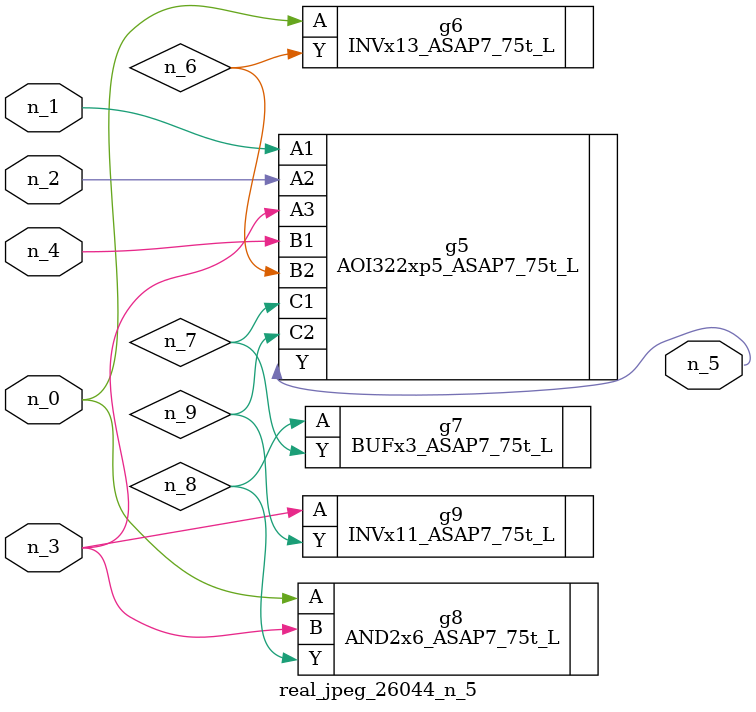
<source format=v>
module real_jpeg_26044_n_5 (n_4, n_0, n_1, n_2, n_3, n_5);

input n_4;
input n_0;
input n_1;
input n_2;
input n_3;

output n_5;

wire n_8;
wire n_6;
wire n_7;
wire n_9;

INVx13_ASAP7_75t_L g6 ( 
.A(n_0),
.Y(n_6)
);

AND2x6_ASAP7_75t_L g8 ( 
.A(n_0),
.B(n_3),
.Y(n_8)
);

AOI322xp5_ASAP7_75t_L g5 ( 
.A1(n_1),
.A2(n_2),
.A3(n_3),
.B1(n_4),
.B2(n_6),
.C1(n_7),
.C2(n_9),
.Y(n_5)
);

INVx11_ASAP7_75t_L g9 ( 
.A(n_3),
.Y(n_9)
);

BUFx3_ASAP7_75t_L g7 ( 
.A(n_8),
.Y(n_7)
);


endmodule
</source>
